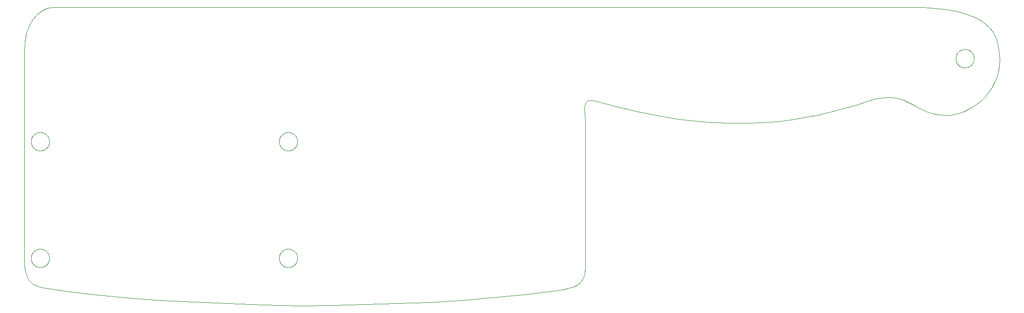
<source format=gbp>
G75*
%MOIN*%
%OFA0B0*%
%FSLAX25Y25*%
%IPPOS*%
%LPD*%
%AMOC8*
5,1,8,0,0,1.08239X$1,22.5*
%
%ADD10C,0.00004*%
%ADD11C,0.00000*%
D10*
X0011846Y0013466D02*
X0031543Y0010503D01*
X0051860Y0008103D01*
X0072852Y0006185D01*
X0094574Y0004668D01*
X0117080Y0003472D01*
X0140427Y0002516D01*
X0164669Y0001720D01*
X0189861Y0001002D01*
X0212030Y0001298D01*
X0234150Y0001754D01*
X0256205Y0002429D01*
X0278174Y0003386D01*
X0300040Y0004685D01*
X0321784Y0006388D01*
X0343387Y0008557D01*
X0364832Y0011252D01*
X0369506Y0011971D01*
X0373614Y0012818D01*
X0377136Y0013906D01*
X0380047Y0015348D01*
X0382328Y0017258D01*
X0383954Y0019747D01*
X0384906Y0022929D01*
X0385159Y0026918D01*
X0385159Y0129287D01*
X0385099Y0130998D01*
X0384904Y0133242D01*
X0384785Y0135721D01*
X0384951Y0138135D01*
X0385610Y0140186D01*
X0386973Y0141574D01*
X0389248Y0141999D01*
X0392646Y0141164D01*
X0407677Y0137147D01*
X0422037Y0133806D01*
X0435760Y0131108D01*
X0448881Y0129019D01*
X0461435Y0127503D01*
X0473457Y0126528D01*
X0484982Y0126058D01*
X0496044Y0126060D01*
X0506679Y0126499D01*
X0516922Y0127341D01*
X0526807Y0128553D01*
X0536369Y0130098D01*
X0545643Y0131945D01*
X0554664Y0134058D01*
X0563466Y0136403D01*
X0572086Y0138946D01*
X0578498Y0141219D01*
X0584108Y0142735D01*
X0589012Y0143578D01*
X0593307Y0143832D01*
X0597089Y0143583D01*
X0600454Y0142913D01*
X0603500Y0141908D01*
X0606321Y0140653D01*
X0609014Y0139231D01*
X0611676Y0137727D01*
X0614403Y0136226D01*
X0617292Y0134811D01*
X0620438Y0133568D01*
X0623938Y0132580D01*
X0627889Y0131933D01*
X0632386Y0131710D01*
X0635234Y0131704D01*
X0638219Y0132085D01*
X0641296Y0132840D01*
X0644419Y0133952D01*
X0647544Y0135405D01*
X0650626Y0137185D01*
X0653619Y0139275D01*
X0656479Y0141660D01*
X0659161Y0144324D01*
X0661619Y0147253D01*
X0663809Y0150429D01*
X0665686Y0153838D01*
X0667205Y0157464D01*
X0668320Y0161292D01*
X0668987Y0165305D01*
X0669161Y0169489D01*
X0669067Y0173106D01*
X0668728Y0176600D01*
X0668105Y0179958D01*
X0667162Y0183168D01*
X0665859Y0186215D01*
X0664158Y0189089D01*
X0662022Y0191775D01*
X0659413Y0194260D01*
X0656292Y0196533D01*
X0652622Y0198579D01*
X0648364Y0200387D01*
X0643481Y0201944D01*
X0637934Y0203235D01*
X0631685Y0204249D01*
X0624696Y0204973D01*
X0616930Y0205394D01*
X0019959Y0205394D01*
X0016433Y0204726D01*
X0012975Y0203099D01*
X0009716Y0200551D01*
X0006788Y0197124D01*
X0004321Y0192857D01*
X0002447Y0187790D01*
X0001297Y0181964D01*
X0001002Y0175419D01*
X0001002Y0029028D01*
X0001191Y0026999D01*
X0001546Y0024824D01*
X0002150Y0022588D01*
X0003087Y0020375D01*
X0004441Y0018271D01*
X0006297Y0016361D01*
X0008737Y0014731D01*
X0011846Y0013466D01*
D11*
X0005518Y0033510D02*
X0005520Y0033668D01*
X0005526Y0033826D01*
X0005536Y0033984D01*
X0005550Y0034142D01*
X0005568Y0034299D01*
X0005589Y0034456D01*
X0005615Y0034612D01*
X0005645Y0034768D01*
X0005678Y0034923D01*
X0005716Y0035076D01*
X0005757Y0035229D01*
X0005802Y0035381D01*
X0005851Y0035532D01*
X0005904Y0035681D01*
X0005960Y0035829D01*
X0006020Y0035975D01*
X0006084Y0036120D01*
X0006152Y0036263D01*
X0006223Y0036405D01*
X0006297Y0036545D01*
X0006375Y0036682D01*
X0006457Y0036818D01*
X0006541Y0036952D01*
X0006630Y0037083D01*
X0006721Y0037212D01*
X0006816Y0037339D01*
X0006913Y0037464D01*
X0007014Y0037586D01*
X0007118Y0037705D01*
X0007225Y0037822D01*
X0007335Y0037936D01*
X0007448Y0038047D01*
X0007563Y0038156D01*
X0007681Y0038261D01*
X0007802Y0038363D01*
X0007925Y0038463D01*
X0008051Y0038559D01*
X0008179Y0038652D01*
X0008309Y0038742D01*
X0008442Y0038828D01*
X0008577Y0038912D01*
X0008713Y0038991D01*
X0008852Y0039068D01*
X0008993Y0039140D01*
X0009135Y0039210D01*
X0009279Y0039275D01*
X0009425Y0039337D01*
X0009572Y0039395D01*
X0009721Y0039450D01*
X0009871Y0039501D01*
X0010022Y0039548D01*
X0010174Y0039591D01*
X0010327Y0039630D01*
X0010482Y0039666D01*
X0010637Y0039697D01*
X0010793Y0039725D01*
X0010949Y0039749D01*
X0011106Y0039769D01*
X0011264Y0039785D01*
X0011421Y0039797D01*
X0011580Y0039805D01*
X0011738Y0039809D01*
X0011896Y0039809D01*
X0012054Y0039805D01*
X0012213Y0039797D01*
X0012370Y0039785D01*
X0012528Y0039769D01*
X0012685Y0039749D01*
X0012841Y0039725D01*
X0012997Y0039697D01*
X0013152Y0039666D01*
X0013307Y0039630D01*
X0013460Y0039591D01*
X0013612Y0039548D01*
X0013763Y0039501D01*
X0013913Y0039450D01*
X0014062Y0039395D01*
X0014209Y0039337D01*
X0014355Y0039275D01*
X0014499Y0039210D01*
X0014641Y0039140D01*
X0014782Y0039068D01*
X0014921Y0038991D01*
X0015057Y0038912D01*
X0015192Y0038828D01*
X0015325Y0038742D01*
X0015455Y0038652D01*
X0015583Y0038559D01*
X0015709Y0038463D01*
X0015832Y0038363D01*
X0015953Y0038261D01*
X0016071Y0038156D01*
X0016186Y0038047D01*
X0016299Y0037936D01*
X0016409Y0037822D01*
X0016516Y0037705D01*
X0016620Y0037586D01*
X0016721Y0037464D01*
X0016818Y0037339D01*
X0016913Y0037212D01*
X0017004Y0037083D01*
X0017093Y0036952D01*
X0017177Y0036818D01*
X0017259Y0036682D01*
X0017337Y0036545D01*
X0017411Y0036405D01*
X0017482Y0036263D01*
X0017550Y0036120D01*
X0017614Y0035975D01*
X0017674Y0035829D01*
X0017730Y0035681D01*
X0017783Y0035532D01*
X0017832Y0035381D01*
X0017877Y0035229D01*
X0017918Y0035076D01*
X0017956Y0034923D01*
X0017989Y0034768D01*
X0018019Y0034612D01*
X0018045Y0034456D01*
X0018066Y0034299D01*
X0018084Y0034142D01*
X0018098Y0033984D01*
X0018108Y0033826D01*
X0018114Y0033668D01*
X0018116Y0033510D01*
X0018114Y0033352D01*
X0018108Y0033194D01*
X0018098Y0033036D01*
X0018084Y0032878D01*
X0018066Y0032721D01*
X0018045Y0032564D01*
X0018019Y0032408D01*
X0017989Y0032252D01*
X0017956Y0032097D01*
X0017918Y0031944D01*
X0017877Y0031791D01*
X0017832Y0031639D01*
X0017783Y0031488D01*
X0017730Y0031339D01*
X0017674Y0031191D01*
X0017614Y0031045D01*
X0017550Y0030900D01*
X0017482Y0030757D01*
X0017411Y0030615D01*
X0017337Y0030475D01*
X0017259Y0030338D01*
X0017177Y0030202D01*
X0017093Y0030068D01*
X0017004Y0029937D01*
X0016913Y0029808D01*
X0016818Y0029681D01*
X0016721Y0029556D01*
X0016620Y0029434D01*
X0016516Y0029315D01*
X0016409Y0029198D01*
X0016299Y0029084D01*
X0016186Y0028973D01*
X0016071Y0028864D01*
X0015953Y0028759D01*
X0015832Y0028657D01*
X0015709Y0028557D01*
X0015583Y0028461D01*
X0015455Y0028368D01*
X0015325Y0028278D01*
X0015192Y0028192D01*
X0015057Y0028108D01*
X0014921Y0028029D01*
X0014782Y0027952D01*
X0014641Y0027880D01*
X0014499Y0027810D01*
X0014355Y0027745D01*
X0014209Y0027683D01*
X0014062Y0027625D01*
X0013913Y0027570D01*
X0013763Y0027519D01*
X0013612Y0027472D01*
X0013460Y0027429D01*
X0013307Y0027390D01*
X0013152Y0027354D01*
X0012997Y0027323D01*
X0012841Y0027295D01*
X0012685Y0027271D01*
X0012528Y0027251D01*
X0012370Y0027235D01*
X0012213Y0027223D01*
X0012054Y0027215D01*
X0011896Y0027211D01*
X0011738Y0027211D01*
X0011580Y0027215D01*
X0011421Y0027223D01*
X0011264Y0027235D01*
X0011106Y0027251D01*
X0010949Y0027271D01*
X0010793Y0027295D01*
X0010637Y0027323D01*
X0010482Y0027354D01*
X0010327Y0027390D01*
X0010174Y0027429D01*
X0010022Y0027472D01*
X0009871Y0027519D01*
X0009721Y0027570D01*
X0009572Y0027625D01*
X0009425Y0027683D01*
X0009279Y0027745D01*
X0009135Y0027810D01*
X0008993Y0027880D01*
X0008852Y0027952D01*
X0008713Y0028029D01*
X0008577Y0028108D01*
X0008442Y0028192D01*
X0008309Y0028278D01*
X0008179Y0028368D01*
X0008051Y0028461D01*
X0007925Y0028557D01*
X0007802Y0028657D01*
X0007681Y0028759D01*
X0007563Y0028864D01*
X0007448Y0028973D01*
X0007335Y0029084D01*
X0007225Y0029198D01*
X0007118Y0029315D01*
X0007014Y0029434D01*
X0006913Y0029556D01*
X0006816Y0029681D01*
X0006721Y0029808D01*
X0006630Y0029937D01*
X0006541Y0030068D01*
X0006457Y0030202D01*
X0006375Y0030338D01*
X0006297Y0030475D01*
X0006223Y0030615D01*
X0006152Y0030757D01*
X0006084Y0030900D01*
X0006020Y0031045D01*
X0005960Y0031191D01*
X0005904Y0031339D01*
X0005851Y0031488D01*
X0005802Y0031639D01*
X0005757Y0031791D01*
X0005716Y0031944D01*
X0005678Y0032097D01*
X0005645Y0032252D01*
X0005615Y0032408D01*
X0005589Y0032564D01*
X0005568Y0032721D01*
X0005550Y0032878D01*
X0005536Y0033036D01*
X0005526Y0033194D01*
X0005520Y0033352D01*
X0005518Y0033510D01*
X0175518Y0033510D02*
X0175520Y0033668D01*
X0175526Y0033826D01*
X0175536Y0033984D01*
X0175550Y0034142D01*
X0175568Y0034299D01*
X0175589Y0034456D01*
X0175615Y0034612D01*
X0175645Y0034768D01*
X0175678Y0034923D01*
X0175716Y0035076D01*
X0175757Y0035229D01*
X0175802Y0035381D01*
X0175851Y0035532D01*
X0175904Y0035681D01*
X0175960Y0035829D01*
X0176020Y0035975D01*
X0176084Y0036120D01*
X0176152Y0036263D01*
X0176223Y0036405D01*
X0176297Y0036545D01*
X0176375Y0036682D01*
X0176457Y0036818D01*
X0176541Y0036952D01*
X0176630Y0037083D01*
X0176721Y0037212D01*
X0176816Y0037339D01*
X0176913Y0037464D01*
X0177014Y0037586D01*
X0177118Y0037705D01*
X0177225Y0037822D01*
X0177335Y0037936D01*
X0177448Y0038047D01*
X0177563Y0038156D01*
X0177681Y0038261D01*
X0177802Y0038363D01*
X0177925Y0038463D01*
X0178051Y0038559D01*
X0178179Y0038652D01*
X0178309Y0038742D01*
X0178442Y0038828D01*
X0178577Y0038912D01*
X0178713Y0038991D01*
X0178852Y0039068D01*
X0178993Y0039140D01*
X0179135Y0039210D01*
X0179279Y0039275D01*
X0179425Y0039337D01*
X0179572Y0039395D01*
X0179721Y0039450D01*
X0179871Y0039501D01*
X0180022Y0039548D01*
X0180174Y0039591D01*
X0180327Y0039630D01*
X0180482Y0039666D01*
X0180637Y0039697D01*
X0180793Y0039725D01*
X0180949Y0039749D01*
X0181106Y0039769D01*
X0181264Y0039785D01*
X0181421Y0039797D01*
X0181580Y0039805D01*
X0181738Y0039809D01*
X0181896Y0039809D01*
X0182054Y0039805D01*
X0182213Y0039797D01*
X0182370Y0039785D01*
X0182528Y0039769D01*
X0182685Y0039749D01*
X0182841Y0039725D01*
X0182997Y0039697D01*
X0183152Y0039666D01*
X0183307Y0039630D01*
X0183460Y0039591D01*
X0183612Y0039548D01*
X0183763Y0039501D01*
X0183913Y0039450D01*
X0184062Y0039395D01*
X0184209Y0039337D01*
X0184355Y0039275D01*
X0184499Y0039210D01*
X0184641Y0039140D01*
X0184782Y0039068D01*
X0184921Y0038991D01*
X0185057Y0038912D01*
X0185192Y0038828D01*
X0185325Y0038742D01*
X0185455Y0038652D01*
X0185583Y0038559D01*
X0185709Y0038463D01*
X0185832Y0038363D01*
X0185953Y0038261D01*
X0186071Y0038156D01*
X0186186Y0038047D01*
X0186299Y0037936D01*
X0186409Y0037822D01*
X0186516Y0037705D01*
X0186620Y0037586D01*
X0186721Y0037464D01*
X0186818Y0037339D01*
X0186913Y0037212D01*
X0187004Y0037083D01*
X0187093Y0036952D01*
X0187177Y0036818D01*
X0187259Y0036682D01*
X0187337Y0036545D01*
X0187411Y0036405D01*
X0187482Y0036263D01*
X0187550Y0036120D01*
X0187614Y0035975D01*
X0187674Y0035829D01*
X0187730Y0035681D01*
X0187783Y0035532D01*
X0187832Y0035381D01*
X0187877Y0035229D01*
X0187918Y0035076D01*
X0187956Y0034923D01*
X0187989Y0034768D01*
X0188019Y0034612D01*
X0188045Y0034456D01*
X0188066Y0034299D01*
X0188084Y0034142D01*
X0188098Y0033984D01*
X0188108Y0033826D01*
X0188114Y0033668D01*
X0188116Y0033510D01*
X0188114Y0033352D01*
X0188108Y0033194D01*
X0188098Y0033036D01*
X0188084Y0032878D01*
X0188066Y0032721D01*
X0188045Y0032564D01*
X0188019Y0032408D01*
X0187989Y0032252D01*
X0187956Y0032097D01*
X0187918Y0031944D01*
X0187877Y0031791D01*
X0187832Y0031639D01*
X0187783Y0031488D01*
X0187730Y0031339D01*
X0187674Y0031191D01*
X0187614Y0031045D01*
X0187550Y0030900D01*
X0187482Y0030757D01*
X0187411Y0030615D01*
X0187337Y0030475D01*
X0187259Y0030338D01*
X0187177Y0030202D01*
X0187093Y0030068D01*
X0187004Y0029937D01*
X0186913Y0029808D01*
X0186818Y0029681D01*
X0186721Y0029556D01*
X0186620Y0029434D01*
X0186516Y0029315D01*
X0186409Y0029198D01*
X0186299Y0029084D01*
X0186186Y0028973D01*
X0186071Y0028864D01*
X0185953Y0028759D01*
X0185832Y0028657D01*
X0185709Y0028557D01*
X0185583Y0028461D01*
X0185455Y0028368D01*
X0185325Y0028278D01*
X0185192Y0028192D01*
X0185057Y0028108D01*
X0184921Y0028029D01*
X0184782Y0027952D01*
X0184641Y0027880D01*
X0184499Y0027810D01*
X0184355Y0027745D01*
X0184209Y0027683D01*
X0184062Y0027625D01*
X0183913Y0027570D01*
X0183763Y0027519D01*
X0183612Y0027472D01*
X0183460Y0027429D01*
X0183307Y0027390D01*
X0183152Y0027354D01*
X0182997Y0027323D01*
X0182841Y0027295D01*
X0182685Y0027271D01*
X0182528Y0027251D01*
X0182370Y0027235D01*
X0182213Y0027223D01*
X0182054Y0027215D01*
X0181896Y0027211D01*
X0181738Y0027211D01*
X0181580Y0027215D01*
X0181421Y0027223D01*
X0181264Y0027235D01*
X0181106Y0027251D01*
X0180949Y0027271D01*
X0180793Y0027295D01*
X0180637Y0027323D01*
X0180482Y0027354D01*
X0180327Y0027390D01*
X0180174Y0027429D01*
X0180022Y0027472D01*
X0179871Y0027519D01*
X0179721Y0027570D01*
X0179572Y0027625D01*
X0179425Y0027683D01*
X0179279Y0027745D01*
X0179135Y0027810D01*
X0178993Y0027880D01*
X0178852Y0027952D01*
X0178713Y0028029D01*
X0178577Y0028108D01*
X0178442Y0028192D01*
X0178309Y0028278D01*
X0178179Y0028368D01*
X0178051Y0028461D01*
X0177925Y0028557D01*
X0177802Y0028657D01*
X0177681Y0028759D01*
X0177563Y0028864D01*
X0177448Y0028973D01*
X0177335Y0029084D01*
X0177225Y0029198D01*
X0177118Y0029315D01*
X0177014Y0029434D01*
X0176913Y0029556D01*
X0176816Y0029681D01*
X0176721Y0029808D01*
X0176630Y0029937D01*
X0176541Y0030068D01*
X0176457Y0030202D01*
X0176375Y0030338D01*
X0176297Y0030475D01*
X0176223Y0030615D01*
X0176152Y0030757D01*
X0176084Y0030900D01*
X0176020Y0031045D01*
X0175960Y0031191D01*
X0175904Y0031339D01*
X0175851Y0031488D01*
X0175802Y0031639D01*
X0175757Y0031791D01*
X0175716Y0031944D01*
X0175678Y0032097D01*
X0175645Y0032252D01*
X0175615Y0032408D01*
X0175589Y0032564D01*
X0175568Y0032721D01*
X0175550Y0032878D01*
X0175536Y0033036D01*
X0175526Y0033194D01*
X0175520Y0033352D01*
X0175518Y0033510D01*
X0175518Y0113510D02*
X0175520Y0113668D01*
X0175526Y0113826D01*
X0175536Y0113984D01*
X0175550Y0114142D01*
X0175568Y0114299D01*
X0175589Y0114456D01*
X0175615Y0114612D01*
X0175645Y0114768D01*
X0175678Y0114923D01*
X0175716Y0115076D01*
X0175757Y0115229D01*
X0175802Y0115381D01*
X0175851Y0115532D01*
X0175904Y0115681D01*
X0175960Y0115829D01*
X0176020Y0115975D01*
X0176084Y0116120D01*
X0176152Y0116263D01*
X0176223Y0116405D01*
X0176297Y0116545D01*
X0176375Y0116682D01*
X0176457Y0116818D01*
X0176541Y0116952D01*
X0176630Y0117083D01*
X0176721Y0117212D01*
X0176816Y0117339D01*
X0176913Y0117464D01*
X0177014Y0117586D01*
X0177118Y0117705D01*
X0177225Y0117822D01*
X0177335Y0117936D01*
X0177448Y0118047D01*
X0177563Y0118156D01*
X0177681Y0118261D01*
X0177802Y0118363D01*
X0177925Y0118463D01*
X0178051Y0118559D01*
X0178179Y0118652D01*
X0178309Y0118742D01*
X0178442Y0118828D01*
X0178577Y0118912D01*
X0178713Y0118991D01*
X0178852Y0119068D01*
X0178993Y0119140D01*
X0179135Y0119210D01*
X0179279Y0119275D01*
X0179425Y0119337D01*
X0179572Y0119395D01*
X0179721Y0119450D01*
X0179871Y0119501D01*
X0180022Y0119548D01*
X0180174Y0119591D01*
X0180327Y0119630D01*
X0180482Y0119666D01*
X0180637Y0119697D01*
X0180793Y0119725D01*
X0180949Y0119749D01*
X0181106Y0119769D01*
X0181264Y0119785D01*
X0181421Y0119797D01*
X0181580Y0119805D01*
X0181738Y0119809D01*
X0181896Y0119809D01*
X0182054Y0119805D01*
X0182213Y0119797D01*
X0182370Y0119785D01*
X0182528Y0119769D01*
X0182685Y0119749D01*
X0182841Y0119725D01*
X0182997Y0119697D01*
X0183152Y0119666D01*
X0183307Y0119630D01*
X0183460Y0119591D01*
X0183612Y0119548D01*
X0183763Y0119501D01*
X0183913Y0119450D01*
X0184062Y0119395D01*
X0184209Y0119337D01*
X0184355Y0119275D01*
X0184499Y0119210D01*
X0184641Y0119140D01*
X0184782Y0119068D01*
X0184921Y0118991D01*
X0185057Y0118912D01*
X0185192Y0118828D01*
X0185325Y0118742D01*
X0185455Y0118652D01*
X0185583Y0118559D01*
X0185709Y0118463D01*
X0185832Y0118363D01*
X0185953Y0118261D01*
X0186071Y0118156D01*
X0186186Y0118047D01*
X0186299Y0117936D01*
X0186409Y0117822D01*
X0186516Y0117705D01*
X0186620Y0117586D01*
X0186721Y0117464D01*
X0186818Y0117339D01*
X0186913Y0117212D01*
X0187004Y0117083D01*
X0187093Y0116952D01*
X0187177Y0116818D01*
X0187259Y0116682D01*
X0187337Y0116545D01*
X0187411Y0116405D01*
X0187482Y0116263D01*
X0187550Y0116120D01*
X0187614Y0115975D01*
X0187674Y0115829D01*
X0187730Y0115681D01*
X0187783Y0115532D01*
X0187832Y0115381D01*
X0187877Y0115229D01*
X0187918Y0115076D01*
X0187956Y0114923D01*
X0187989Y0114768D01*
X0188019Y0114612D01*
X0188045Y0114456D01*
X0188066Y0114299D01*
X0188084Y0114142D01*
X0188098Y0113984D01*
X0188108Y0113826D01*
X0188114Y0113668D01*
X0188116Y0113510D01*
X0188114Y0113352D01*
X0188108Y0113194D01*
X0188098Y0113036D01*
X0188084Y0112878D01*
X0188066Y0112721D01*
X0188045Y0112564D01*
X0188019Y0112408D01*
X0187989Y0112252D01*
X0187956Y0112097D01*
X0187918Y0111944D01*
X0187877Y0111791D01*
X0187832Y0111639D01*
X0187783Y0111488D01*
X0187730Y0111339D01*
X0187674Y0111191D01*
X0187614Y0111045D01*
X0187550Y0110900D01*
X0187482Y0110757D01*
X0187411Y0110615D01*
X0187337Y0110475D01*
X0187259Y0110338D01*
X0187177Y0110202D01*
X0187093Y0110068D01*
X0187004Y0109937D01*
X0186913Y0109808D01*
X0186818Y0109681D01*
X0186721Y0109556D01*
X0186620Y0109434D01*
X0186516Y0109315D01*
X0186409Y0109198D01*
X0186299Y0109084D01*
X0186186Y0108973D01*
X0186071Y0108864D01*
X0185953Y0108759D01*
X0185832Y0108657D01*
X0185709Y0108557D01*
X0185583Y0108461D01*
X0185455Y0108368D01*
X0185325Y0108278D01*
X0185192Y0108192D01*
X0185057Y0108108D01*
X0184921Y0108029D01*
X0184782Y0107952D01*
X0184641Y0107880D01*
X0184499Y0107810D01*
X0184355Y0107745D01*
X0184209Y0107683D01*
X0184062Y0107625D01*
X0183913Y0107570D01*
X0183763Y0107519D01*
X0183612Y0107472D01*
X0183460Y0107429D01*
X0183307Y0107390D01*
X0183152Y0107354D01*
X0182997Y0107323D01*
X0182841Y0107295D01*
X0182685Y0107271D01*
X0182528Y0107251D01*
X0182370Y0107235D01*
X0182213Y0107223D01*
X0182054Y0107215D01*
X0181896Y0107211D01*
X0181738Y0107211D01*
X0181580Y0107215D01*
X0181421Y0107223D01*
X0181264Y0107235D01*
X0181106Y0107251D01*
X0180949Y0107271D01*
X0180793Y0107295D01*
X0180637Y0107323D01*
X0180482Y0107354D01*
X0180327Y0107390D01*
X0180174Y0107429D01*
X0180022Y0107472D01*
X0179871Y0107519D01*
X0179721Y0107570D01*
X0179572Y0107625D01*
X0179425Y0107683D01*
X0179279Y0107745D01*
X0179135Y0107810D01*
X0178993Y0107880D01*
X0178852Y0107952D01*
X0178713Y0108029D01*
X0178577Y0108108D01*
X0178442Y0108192D01*
X0178309Y0108278D01*
X0178179Y0108368D01*
X0178051Y0108461D01*
X0177925Y0108557D01*
X0177802Y0108657D01*
X0177681Y0108759D01*
X0177563Y0108864D01*
X0177448Y0108973D01*
X0177335Y0109084D01*
X0177225Y0109198D01*
X0177118Y0109315D01*
X0177014Y0109434D01*
X0176913Y0109556D01*
X0176816Y0109681D01*
X0176721Y0109808D01*
X0176630Y0109937D01*
X0176541Y0110068D01*
X0176457Y0110202D01*
X0176375Y0110338D01*
X0176297Y0110475D01*
X0176223Y0110615D01*
X0176152Y0110757D01*
X0176084Y0110900D01*
X0176020Y0111045D01*
X0175960Y0111191D01*
X0175904Y0111339D01*
X0175851Y0111488D01*
X0175802Y0111639D01*
X0175757Y0111791D01*
X0175716Y0111944D01*
X0175678Y0112097D01*
X0175645Y0112252D01*
X0175615Y0112408D01*
X0175589Y0112564D01*
X0175568Y0112721D01*
X0175550Y0112878D01*
X0175536Y0113036D01*
X0175526Y0113194D01*
X0175520Y0113352D01*
X0175518Y0113510D01*
X0005518Y0113510D02*
X0005520Y0113668D01*
X0005526Y0113826D01*
X0005536Y0113984D01*
X0005550Y0114142D01*
X0005568Y0114299D01*
X0005589Y0114456D01*
X0005615Y0114612D01*
X0005645Y0114768D01*
X0005678Y0114923D01*
X0005716Y0115076D01*
X0005757Y0115229D01*
X0005802Y0115381D01*
X0005851Y0115532D01*
X0005904Y0115681D01*
X0005960Y0115829D01*
X0006020Y0115975D01*
X0006084Y0116120D01*
X0006152Y0116263D01*
X0006223Y0116405D01*
X0006297Y0116545D01*
X0006375Y0116682D01*
X0006457Y0116818D01*
X0006541Y0116952D01*
X0006630Y0117083D01*
X0006721Y0117212D01*
X0006816Y0117339D01*
X0006913Y0117464D01*
X0007014Y0117586D01*
X0007118Y0117705D01*
X0007225Y0117822D01*
X0007335Y0117936D01*
X0007448Y0118047D01*
X0007563Y0118156D01*
X0007681Y0118261D01*
X0007802Y0118363D01*
X0007925Y0118463D01*
X0008051Y0118559D01*
X0008179Y0118652D01*
X0008309Y0118742D01*
X0008442Y0118828D01*
X0008577Y0118912D01*
X0008713Y0118991D01*
X0008852Y0119068D01*
X0008993Y0119140D01*
X0009135Y0119210D01*
X0009279Y0119275D01*
X0009425Y0119337D01*
X0009572Y0119395D01*
X0009721Y0119450D01*
X0009871Y0119501D01*
X0010022Y0119548D01*
X0010174Y0119591D01*
X0010327Y0119630D01*
X0010482Y0119666D01*
X0010637Y0119697D01*
X0010793Y0119725D01*
X0010949Y0119749D01*
X0011106Y0119769D01*
X0011264Y0119785D01*
X0011421Y0119797D01*
X0011580Y0119805D01*
X0011738Y0119809D01*
X0011896Y0119809D01*
X0012054Y0119805D01*
X0012213Y0119797D01*
X0012370Y0119785D01*
X0012528Y0119769D01*
X0012685Y0119749D01*
X0012841Y0119725D01*
X0012997Y0119697D01*
X0013152Y0119666D01*
X0013307Y0119630D01*
X0013460Y0119591D01*
X0013612Y0119548D01*
X0013763Y0119501D01*
X0013913Y0119450D01*
X0014062Y0119395D01*
X0014209Y0119337D01*
X0014355Y0119275D01*
X0014499Y0119210D01*
X0014641Y0119140D01*
X0014782Y0119068D01*
X0014921Y0118991D01*
X0015057Y0118912D01*
X0015192Y0118828D01*
X0015325Y0118742D01*
X0015455Y0118652D01*
X0015583Y0118559D01*
X0015709Y0118463D01*
X0015832Y0118363D01*
X0015953Y0118261D01*
X0016071Y0118156D01*
X0016186Y0118047D01*
X0016299Y0117936D01*
X0016409Y0117822D01*
X0016516Y0117705D01*
X0016620Y0117586D01*
X0016721Y0117464D01*
X0016818Y0117339D01*
X0016913Y0117212D01*
X0017004Y0117083D01*
X0017093Y0116952D01*
X0017177Y0116818D01*
X0017259Y0116682D01*
X0017337Y0116545D01*
X0017411Y0116405D01*
X0017482Y0116263D01*
X0017550Y0116120D01*
X0017614Y0115975D01*
X0017674Y0115829D01*
X0017730Y0115681D01*
X0017783Y0115532D01*
X0017832Y0115381D01*
X0017877Y0115229D01*
X0017918Y0115076D01*
X0017956Y0114923D01*
X0017989Y0114768D01*
X0018019Y0114612D01*
X0018045Y0114456D01*
X0018066Y0114299D01*
X0018084Y0114142D01*
X0018098Y0113984D01*
X0018108Y0113826D01*
X0018114Y0113668D01*
X0018116Y0113510D01*
X0018114Y0113352D01*
X0018108Y0113194D01*
X0018098Y0113036D01*
X0018084Y0112878D01*
X0018066Y0112721D01*
X0018045Y0112564D01*
X0018019Y0112408D01*
X0017989Y0112252D01*
X0017956Y0112097D01*
X0017918Y0111944D01*
X0017877Y0111791D01*
X0017832Y0111639D01*
X0017783Y0111488D01*
X0017730Y0111339D01*
X0017674Y0111191D01*
X0017614Y0111045D01*
X0017550Y0110900D01*
X0017482Y0110757D01*
X0017411Y0110615D01*
X0017337Y0110475D01*
X0017259Y0110338D01*
X0017177Y0110202D01*
X0017093Y0110068D01*
X0017004Y0109937D01*
X0016913Y0109808D01*
X0016818Y0109681D01*
X0016721Y0109556D01*
X0016620Y0109434D01*
X0016516Y0109315D01*
X0016409Y0109198D01*
X0016299Y0109084D01*
X0016186Y0108973D01*
X0016071Y0108864D01*
X0015953Y0108759D01*
X0015832Y0108657D01*
X0015709Y0108557D01*
X0015583Y0108461D01*
X0015455Y0108368D01*
X0015325Y0108278D01*
X0015192Y0108192D01*
X0015057Y0108108D01*
X0014921Y0108029D01*
X0014782Y0107952D01*
X0014641Y0107880D01*
X0014499Y0107810D01*
X0014355Y0107745D01*
X0014209Y0107683D01*
X0014062Y0107625D01*
X0013913Y0107570D01*
X0013763Y0107519D01*
X0013612Y0107472D01*
X0013460Y0107429D01*
X0013307Y0107390D01*
X0013152Y0107354D01*
X0012997Y0107323D01*
X0012841Y0107295D01*
X0012685Y0107271D01*
X0012528Y0107251D01*
X0012370Y0107235D01*
X0012213Y0107223D01*
X0012054Y0107215D01*
X0011896Y0107211D01*
X0011738Y0107211D01*
X0011580Y0107215D01*
X0011421Y0107223D01*
X0011264Y0107235D01*
X0011106Y0107251D01*
X0010949Y0107271D01*
X0010793Y0107295D01*
X0010637Y0107323D01*
X0010482Y0107354D01*
X0010327Y0107390D01*
X0010174Y0107429D01*
X0010022Y0107472D01*
X0009871Y0107519D01*
X0009721Y0107570D01*
X0009572Y0107625D01*
X0009425Y0107683D01*
X0009279Y0107745D01*
X0009135Y0107810D01*
X0008993Y0107880D01*
X0008852Y0107952D01*
X0008713Y0108029D01*
X0008577Y0108108D01*
X0008442Y0108192D01*
X0008309Y0108278D01*
X0008179Y0108368D01*
X0008051Y0108461D01*
X0007925Y0108557D01*
X0007802Y0108657D01*
X0007681Y0108759D01*
X0007563Y0108864D01*
X0007448Y0108973D01*
X0007335Y0109084D01*
X0007225Y0109198D01*
X0007118Y0109315D01*
X0007014Y0109434D01*
X0006913Y0109556D01*
X0006816Y0109681D01*
X0006721Y0109808D01*
X0006630Y0109937D01*
X0006541Y0110068D01*
X0006457Y0110202D01*
X0006375Y0110338D01*
X0006297Y0110475D01*
X0006223Y0110615D01*
X0006152Y0110757D01*
X0006084Y0110900D01*
X0006020Y0111045D01*
X0005960Y0111191D01*
X0005904Y0111339D01*
X0005851Y0111488D01*
X0005802Y0111639D01*
X0005757Y0111791D01*
X0005716Y0111944D01*
X0005678Y0112097D01*
X0005645Y0112252D01*
X0005615Y0112408D01*
X0005589Y0112564D01*
X0005568Y0112721D01*
X0005550Y0112878D01*
X0005536Y0113036D01*
X0005526Y0113194D01*
X0005520Y0113352D01*
X0005518Y0113510D01*
X0639132Y0170447D02*
X0639134Y0170605D01*
X0639140Y0170763D01*
X0639150Y0170921D01*
X0639164Y0171079D01*
X0639182Y0171236D01*
X0639203Y0171393D01*
X0639229Y0171549D01*
X0639259Y0171705D01*
X0639292Y0171860D01*
X0639330Y0172013D01*
X0639371Y0172166D01*
X0639416Y0172318D01*
X0639465Y0172469D01*
X0639518Y0172618D01*
X0639574Y0172766D01*
X0639634Y0172912D01*
X0639698Y0173057D01*
X0639766Y0173200D01*
X0639837Y0173342D01*
X0639911Y0173482D01*
X0639989Y0173619D01*
X0640071Y0173755D01*
X0640155Y0173889D01*
X0640244Y0174020D01*
X0640335Y0174149D01*
X0640430Y0174276D01*
X0640527Y0174401D01*
X0640628Y0174523D01*
X0640732Y0174642D01*
X0640839Y0174759D01*
X0640949Y0174873D01*
X0641062Y0174984D01*
X0641177Y0175093D01*
X0641295Y0175198D01*
X0641416Y0175300D01*
X0641539Y0175400D01*
X0641665Y0175496D01*
X0641793Y0175589D01*
X0641923Y0175679D01*
X0642056Y0175765D01*
X0642191Y0175849D01*
X0642327Y0175928D01*
X0642466Y0176005D01*
X0642607Y0176077D01*
X0642749Y0176147D01*
X0642893Y0176212D01*
X0643039Y0176274D01*
X0643186Y0176332D01*
X0643335Y0176387D01*
X0643485Y0176438D01*
X0643636Y0176485D01*
X0643788Y0176528D01*
X0643941Y0176567D01*
X0644096Y0176603D01*
X0644251Y0176634D01*
X0644407Y0176662D01*
X0644563Y0176686D01*
X0644720Y0176706D01*
X0644878Y0176722D01*
X0645035Y0176734D01*
X0645194Y0176742D01*
X0645352Y0176746D01*
X0645510Y0176746D01*
X0645668Y0176742D01*
X0645827Y0176734D01*
X0645984Y0176722D01*
X0646142Y0176706D01*
X0646299Y0176686D01*
X0646455Y0176662D01*
X0646611Y0176634D01*
X0646766Y0176603D01*
X0646921Y0176567D01*
X0647074Y0176528D01*
X0647226Y0176485D01*
X0647377Y0176438D01*
X0647527Y0176387D01*
X0647676Y0176332D01*
X0647823Y0176274D01*
X0647969Y0176212D01*
X0648113Y0176147D01*
X0648255Y0176077D01*
X0648396Y0176005D01*
X0648535Y0175928D01*
X0648671Y0175849D01*
X0648806Y0175765D01*
X0648939Y0175679D01*
X0649069Y0175589D01*
X0649197Y0175496D01*
X0649323Y0175400D01*
X0649446Y0175300D01*
X0649567Y0175198D01*
X0649685Y0175093D01*
X0649800Y0174984D01*
X0649913Y0174873D01*
X0650023Y0174759D01*
X0650130Y0174642D01*
X0650234Y0174523D01*
X0650335Y0174401D01*
X0650432Y0174276D01*
X0650527Y0174149D01*
X0650618Y0174020D01*
X0650707Y0173889D01*
X0650791Y0173755D01*
X0650873Y0173619D01*
X0650951Y0173482D01*
X0651025Y0173342D01*
X0651096Y0173200D01*
X0651164Y0173057D01*
X0651228Y0172912D01*
X0651288Y0172766D01*
X0651344Y0172618D01*
X0651397Y0172469D01*
X0651446Y0172318D01*
X0651491Y0172166D01*
X0651532Y0172013D01*
X0651570Y0171860D01*
X0651603Y0171705D01*
X0651633Y0171549D01*
X0651659Y0171393D01*
X0651680Y0171236D01*
X0651698Y0171079D01*
X0651712Y0170921D01*
X0651722Y0170763D01*
X0651728Y0170605D01*
X0651730Y0170447D01*
X0651728Y0170289D01*
X0651722Y0170131D01*
X0651712Y0169973D01*
X0651698Y0169815D01*
X0651680Y0169658D01*
X0651659Y0169501D01*
X0651633Y0169345D01*
X0651603Y0169189D01*
X0651570Y0169034D01*
X0651532Y0168881D01*
X0651491Y0168728D01*
X0651446Y0168576D01*
X0651397Y0168425D01*
X0651344Y0168276D01*
X0651288Y0168128D01*
X0651228Y0167982D01*
X0651164Y0167837D01*
X0651096Y0167694D01*
X0651025Y0167552D01*
X0650951Y0167412D01*
X0650873Y0167275D01*
X0650791Y0167139D01*
X0650707Y0167005D01*
X0650618Y0166874D01*
X0650527Y0166745D01*
X0650432Y0166618D01*
X0650335Y0166493D01*
X0650234Y0166371D01*
X0650130Y0166252D01*
X0650023Y0166135D01*
X0649913Y0166021D01*
X0649800Y0165910D01*
X0649685Y0165801D01*
X0649567Y0165696D01*
X0649446Y0165594D01*
X0649323Y0165494D01*
X0649197Y0165398D01*
X0649069Y0165305D01*
X0648939Y0165215D01*
X0648806Y0165129D01*
X0648671Y0165045D01*
X0648535Y0164966D01*
X0648396Y0164889D01*
X0648255Y0164817D01*
X0648113Y0164747D01*
X0647969Y0164682D01*
X0647823Y0164620D01*
X0647676Y0164562D01*
X0647527Y0164507D01*
X0647377Y0164456D01*
X0647226Y0164409D01*
X0647074Y0164366D01*
X0646921Y0164327D01*
X0646766Y0164291D01*
X0646611Y0164260D01*
X0646455Y0164232D01*
X0646299Y0164208D01*
X0646142Y0164188D01*
X0645984Y0164172D01*
X0645827Y0164160D01*
X0645668Y0164152D01*
X0645510Y0164148D01*
X0645352Y0164148D01*
X0645194Y0164152D01*
X0645035Y0164160D01*
X0644878Y0164172D01*
X0644720Y0164188D01*
X0644563Y0164208D01*
X0644407Y0164232D01*
X0644251Y0164260D01*
X0644096Y0164291D01*
X0643941Y0164327D01*
X0643788Y0164366D01*
X0643636Y0164409D01*
X0643485Y0164456D01*
X0643335Y0164507D01*
X0643186Y0164562D01*
X0643039Y0164620D01*
X0642893Y0164682D01*
X0642749Y0164747D01*
X0642607Y0164817D01*
X0642466Y0164889D01*
X0642327Y0164966D01*
X0642191Y0165045D01*
X0642056Y0165129D01*
X0641923Y0165215D01*
X0641793Y0165305D01*
X0641665Y0165398D01*
X0641539Y0165494D01*
X0641416Y0165594D01*
X0641295Y0165696D01*
X0641177Y0165801D01*
X0641062Y0165910D01*
X0640949Y0166021D01*
X0640839Y0166135D01*
X0640732Y0166252D01*
X0640628Y0166371D01*
X0640527Y0166493D01*
X0640430Y0166618D01*
X0640335Y0166745D01*
X0640244Y0166874D01*
X0640155Y0167005D01*
X0640071Y0167139D01*
X0639989Y0167275D01*
X0639911Y0167412D01*
X0639837Y0167552D01*
X0639766Y0167694D01*
X0639698Y0167837D01*
X0639634Y0167982D01*
X0639574Y0168128D01*
X0639518Y0168276D01*
X0639465Y0168425D01*
X0639416Y0168576D01*
X0639371Y0168728D01*
X0639330Y0168881D01*
X0639292Y0169034D01*
X0639259Y0169189D01*
X0639229Y0169345D01*
X0639203Y0169501D01*
X0639182Y0169658D01*
X0639164Y0169815D01*
X0639150Y0169973D01*
X0639140Y0170131D01*
X0639134Y0170289D01*
X0639132Y0170447D01*
M02*

</source>
